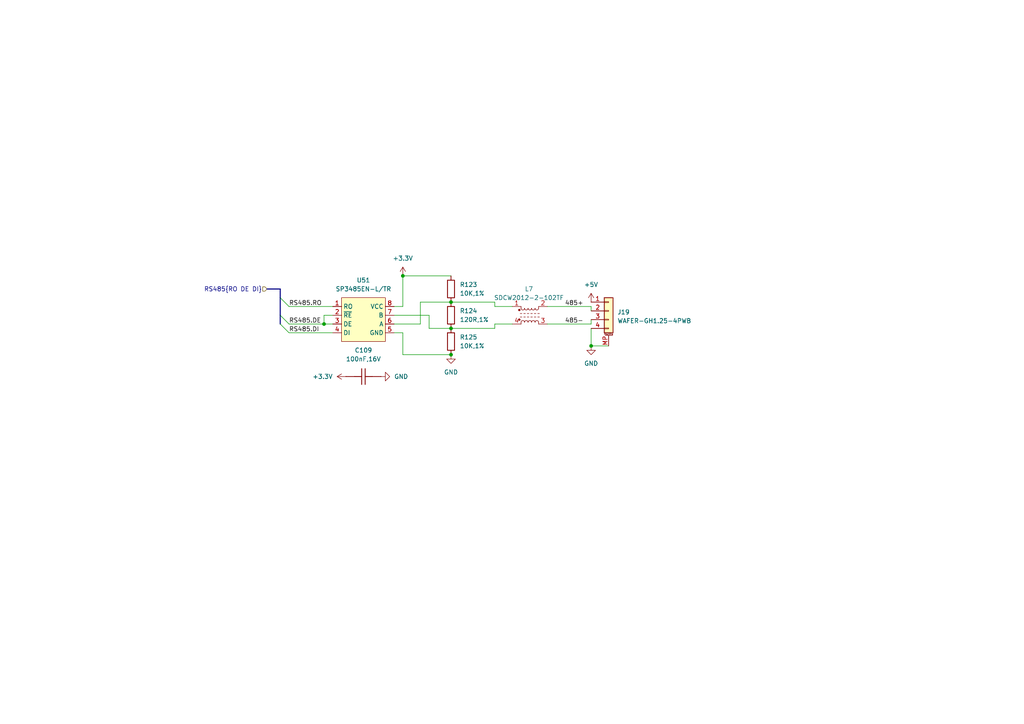
<source format=kicad_sch>
(kicad_sch (version 20250114) (generator "eeschema") (generator_version "9.0")
  (paper "A4")
  (lib_symbols
    (symbol "HPM6280Foc:0402WGF1002TCE" (pin_numbers (hide yes)) (pin_names (hide yes))
      (property "Reference" "R" (at 0 2.54 0))
      (property "Value" "10K,1%" (at 0 0 0))
      (symbol "0402WGF1002TCE_0_1"
        (rectangle (start 2.54 -1.016) (end -2.54 1.016) (stroke (width 0.254)))
      )
      (symbol "0402WGF1002TCE_1_1"
        (pin passive line (at -3.81 0 0) (length 1.27) (name "~") (number "1"))
        (pin passive line (at 3.81 0 180) (length 1.27) (name "~") (number "2"))
      )
    )
    (symbol "HPM6280Foc:0603WAF1200T5E" (pin_numbers (hide yes)) (pin_names (hide yes))
      (property "Reference" "R" (at 0 2.54 0))
      (property "Value" "120R,1%" (at 0 -2.54 0))
      (symbol "0603WAF1200T5E_0_1"
        (rectangle (start 2.54 -1.016) (end -2.54 1.016) (stroke (width 0.254)))
      )
      (symbol "0603WAF1200T5E_1_1"
        (pin passive line (at -3.81 0 0) (length 1.27) (name "~") (number "1"))
        (pin passive line (at 3.81 0 180) (length 1.27) (name "~") (number "2"))
      )
    )
    (symbol "HPM6280Foc:CC0402KRX7R7BB104"
      (property "Reference" "C" (at -1.27 2.54 0))
      (property "Value" "100nF,16V" (at 0 -3.81 0))
      (symbol "CC0402KRX7R7BB104_1_0"
        (polyline (pts (xy -0.508 2.286) (xy -0.508 -2.286)) (stroke (width 0.254)))
        (polyline (pts (xy -0.508 0) (xy -2.54 0)) (stroke (width 0.254)))
        (polyline (pts (xy 0.508 2.286) (xy 0.508 -2.286)) (stroke (width 0.254)))
        (polyline (pts (xy 0.508 0) (xy 2.54 0)) (stroke (width 0.254)))
        (pin passive line (at -5.08 0 0) (length 2.54) (name "2") (number "2"))
        (pin passive line (at 5.08 0 180) (length 2.54) (name "1") (number "1"))
      )
    )
    (symbol "HPM6280Foc:SDCW2012-2-102TF"
      (property "Reference" "L" (at 0 0 0))
      (property "Value" "SDCW2012-2-102TF" (at 0 0 0))
      (symbol "SDCW2012-2-102TF_0_1"
        (circle (center -3.048 1.524) (radius 0.254) (fill (type outline)))
        (circle (center -3.048 -1.27) (radius 0.254) (fill (type outline)))
        (polyline (pts (xy -2.794 0.508) (xy -2.286 0.508)))
        (polyline (pts (xy -2.794 -0.508) (xy -2.286 -0.508)))
        (polyline (pts (xy -2.54 2.032) (xy -2.54 2.54)))
        (polyline (pts (xy -2.54 -2.032) (xy -2.54 -2.54)))
        (arc (start -1.524 2.032) (mid -2.032 1.5262) (end -2.54 2.032))
        (arc (start -2.54 -2.032) (mid -2.032 -1.5262) (end -1.524 -2.032))
        (polyline (pts (xy -1.778 0.508) (xy -1.27 0.508)))
        (polyline (pts (xy -1.778 -0.508) (xy -1.27 -0.508)))
        (arc (start -0.508 2.032) (mid -1.016 1.5262) (end -1.524 2.032))
        (arc (start -1.524 -2.032) (mid -1.016 -1.5262) (end -0.508 -2.032))
        (polyline (pts (xy -0.762 0.508) (xy -0.254 0.508)))
        (polyline (pts (xy -0.762 -0.508) (xy -0.254 -0.508)))
        (arc (start 0.508 2.032) (mid 0 1.5262) (end -0.508 2.032))
        (arc (start -0.508 -2.032) (mid 0 -1.5262) (end 0.508 -2.032))
        (polyline (pts (xy 0.254 0.508) (xy 0.762 0.508)))
        (polyline (pts (xy 0.254 -0.508) (xy 0.762 -0.508)))
        (arc (start 1.524 2.032) (mid 1.016 1.5262) (end 0.508 2.032))
        (arc (start 0.508 -2.032) (mid 1.016 -1.5262) (end 1.524 -2.032))
        (polyline (pts (xy 1.27 0.508) (xy 1.778 0.508)))
        (polyline (pts (xy 1.27 -0.508) (xy 1.778 -0.508)))
        (arc (start 2.54 2.032) (mid 2.032 1.5262) (end 1.524 2.032))
        (arc (start 1.524 -2.032) (mid 2.032 -1.5262) (end 2.54 -2.032))
        (polyline (pts (xy 2.286 0.508) (xy 2.794 0.508)))
        (polyline (pts (xy 2.286 -0.508) (xy 2.794 -0.508)))
        (polyline (pts (xy 2.54 2.54) (xy 2.54 2.032)))
        (polyline (pts (xy 2.54 -2.032) (xy 2.54 -2.54)))
      )
      (symbol "SDCW2012-2-102TF_1_1"
        (pin passive line (at -5.08 2.54 0) (length 2.54) (name "") (number "1"))
        (pin passive line (at -5.08 -2.54 0) (length 2.54) (name "") (number "4"))
        (pin passive line (at 5.08 2.54 180) (length 2.54) (name "") (number "2"))
        (pin passive line (at 5.08 -2.54 180) (length 2.54) (name "") (number "3"))
      )
    )
    (symbol "HPM6280Foc:SP3485EN-L/TR"
      (property "Reference" "U" (at 0.254 1.27 0))
      (property "Value" "SP3485EN-L/TR" (at 0 0 0))
      (symbol "SP3485EN-L/TR_0_0"
        (pin output line (at -2.54 -2.54 0) (length 2.54) (name "RO") (number "1"))
        (pin input line (at -2.54 -5.08 0) (length 2.54) (name "~{RE}") (number "2"))
        (pin input line (at -2.54 -7.62 0) (length 2.54) (name "DE") (number "3"))
        (pin input line (at -2.54 -10.16 0) (length 2.54) (name "DI") (number "4"))
        (pin output line (at 15.24 -5.08 180) (length 2.54) (name "B") (number "7"))
        (pin output line (at 15.24 -7.62 180) (length 2.54) (name "A") (number "6"))
        (pin power_in line (at 15.24 -10.16 180) (length 2.54) (name "GND") (number "5"))
      )
      (symbol "SP3485EN-L/TR_1_0"
        (pin power_in line (at 15.24 -2.54 180) (length 2.54) (name "VCC") (number "8"))
      )
      (symbol "SP3485EN-L/TR_1_1"
        (rectangle (start 0 0) (end 12.7 -12.7) (fill (type background)))
      )
    )
    (symbol "HPM6280Foc:WAFER-GH1.25-4PWB" (pin_names (hide yes))
      (property "Reference" "J" (at 0 6.35 0))
      (property "Value" "WAFER-GH1.25-4PWB" (at 0 0 0))
      (symbol "WAFER-GH1.25-4PWB_1_1"
        (rectangle (start -1.27 5.08) (end 1.27 -5.08) (stroke (width 0.254)) (fill (type background)))
        (rectangle (start -1.27 3.937) (end 0 3.683) (stroke (width 0.1524)))
        (rectangle (start -1.27 1.397) (end 0 1.143) (stroke (width 0.1524)))
        (rectangle (start -1.27 -1.143) (end 0 -1.397) (stroke (width 0.1524)))
        (rectangle (start -1.27 -3.683) (end 0 -3.937) (stroke (width 0.1524)))
        (polyline (pts (xy -1.016 -5.842) (xy 1.016 -5.842)) (stroke (width 0.1524)))
        (text "Mounting" (at 0 -5.461 0) (effects (font (size 0.381 0.381))))
        (pin passive line (at -5.08 3.81 0) (length 3.81) (name "Pin_1") (number "1"))
        (pin passive line (at -5.08 1.27 0) (length 3.81) (name "Pin_2") (number "2"))
        (pin passive line (at -5.08 -1.27 0) (length 3.81) (name "Pin_3") (number "3"))
        (pin passive line (at -5.08 -3.81 0) (length 3.81) (name "Pin_4") (number "4"))
        (pin passive line (at 0 -8.89 90) (length 3.048) (name "MountPin") (number "MP"))
      )
    )
    (symbol "power:+3.3V" (power) (pin_numbers (hide yes)) (pin_names (offset 0) (hide yes))
      (property "Value" "+3.3V" (at 0 3.556 0))
      (symbol "+3.3V_0_1"
        (polyline (pts (xy -0.762 1.27) (xy 0 2.54)))
        (polyline (pts (xy 0 2.54) (xy 0.762 1.27)))
        (polyline (pts (xy 0 0) (xy 0 2.54)))
      )
      (symbol "+3.3V_1_1"
        (pin power_in line (at 0 0 90) (length 0) (name "~") (number "1"))
      )
    )
    (symbol "power:+5V" (power) (pin_numbers (hide yes)) (pin_names (offset 0) (hide yes))
      (property "Value" "+5V" (at 0 3.556 0))
      (symbol "+5V_0_1"
        (polyline (pts (xy -0.762 1.27) (xy 0 2.54)))
        (polyline (pts (xy 0 2.54) (xy 0.762 1.27)))
        (polyline (pts (xy 0 0) (xy 0 2.54)))
      )
      (symbol "+5V_1_1"
        (pin power_in line (at 0 0 90) (length 0) (name "~") (number "1"))
      )
    )
    (symbol "power:GND" (power) (pin_numbers (hide yes)) (pin_names (offset 0) (hide yes))
      (property "Value" "GND" (at 0 -3.81 0))
      (symbol "GND_0_1"
        (polyline (pts (xy 0 0) (xy 0 -1.27) (xy 1.27 -1.27) (xy 0 -2.54) (xy -1.27 -1.27) (xy 0 -1.27)))
      )
      (symbol "GND_1_1"
        (pin power_in line (at 0 0 270) (length 0) (name "~") (number "1"))
      )
    )
  )
  (junction (at 116.84 80.01))
  (junction (at 130.81 95.25))
  (junction (at 130.81 102.87))
  (junction (at 93.98 93.98))
  (junction (at 130.81 87.63))
  (junction (at 171.45 100.33))
  (bus_entry (at 81.28 86.36) (size 2.54 2.54))
  (bus_entry (at 81.28 93.98) (size 2.54 2.54))
  (bus_entry (at 81.28 91.44) (size 2.54 2.54))
  (wire (pts (xy 93.98 93.98) (xy 96.52 93.98)))
  (wire (pts (xy 171.45 93.98) (xy 171.45 92.71)))
  (wire (pts (xy 143.51 87.63) (xy 130.81 87.63)))
  (wire (pts (xy 158.75 88.9) (xy 171.45 88.9)))
  (wire (pts (xy 148.59 88.9) (xy 143.51 88.9)))
  (bus (pts (xy 81.28 86.36) (xy 81.28 91.44)))
  (wire (pts (xy 83.82 88.9) (xy 96.52 88.9)))
  (wire (pts (xy 116.84 80.01) (xy 130.81 80.01)))
  (wire (pts (xy 124.46 95.25) (xy 130.81 95.25)))
  (wire (pts (xy 148.59 93.98) (xy 143.51 93.98)))
  (wire (pts (xy 158.75 93.98) (xy 171.45 93.98)))
  (wire (pts (xy 114.3 91.44) (xy 124.46 91.44)))
  (wire (pts (xy 93.98 91.44) (xy 93.98 93.98)))
  (wire (pts (xy 124.46 91.44) (xy 124.46 95.25)))
  (wire (pts (xy 143.51 95.25) (xy 130.81 95.25)))
  (wire (pts (xy 114.3 88.9) (xy 116.84 88.9)))
  (bus (pts (xy 81.28 91.44) (xy 81.28 93.98)))
  (wire (pts (xy 116.84 102.87) (xy 130.81 102.87)))
  (wire (pts (xy 83.82 93.98) (xy 93.98 93.98)))
  (wire (pts (xy 143.51 93.98) (xy 143.51 95.25)))
  (wire (pts (xy 83.82 96.52) (xy 96.52 96.52)))
  (wire (pts (xy 171.45 100.33) (xy 176.53 100.33)))
  (wire (pts (xy 171.45 95.25) (xy 171.45 100.33)))
  (wire (pts (xy 116.84 96.52) (xy 114.3 96.52)))
  (wire (pts (xy 96.52 91.44) (xy 93.98 91.44)))
  (wire (pts (xy 116.84 102.87) (xy 116.84 96.52)))
  (wire (pts (xy 121.92 87.63) (xy 130.81 87.63)))
  (wire (pts (xy 171.45 88.9) (xy 171.45 90.17)))
  (wire (pts (xy 114.3 93.98) (xy 121.92 93.98)))
  (wire (pts (xy 121.92 93.98) (xy 121.92 87.63)))
  (wire (pts (xy 116.84 88.9) (xy 116.84 80.01)))
  (bus (pts (xy 81.28 83.82) (xy 81.28 86.36)))
  (bus (pts (xy 77.47 83.82) (xy 81.28 83.82)))
  (wire (pts (xy 143.51 88.9) (xy 143.51 87.63)))
  (label "485-" (at 163.83 93.98 0))
  (label "RS485.DI" (at 83.82 96.52 0))
  (label "RS485.DE" (at 83.82 93.98 0))
  (label "RS485.RO" (at 83.82 88.9 0))
  (label "485+" (at 163.83 88.9 0))
  (hierarchical_label "RS485{RO DE DI}" (shape input) (at 77.47 83.82 180))
  (symbol (lib_id "HPM6280Foc:0603WAF1200T5E") (at 130.81 91.44 90) (unit 1)
    (property "Reference" "R118" (at 133.35 90.1699 90) (effects (justify right)))
    (property "Value" "120R,1%" (at 133.35 92.7099 90) (effects (justify right)))
    (property "Footprint" "Resistor_SMD:R_0603_1608Metric" (effects (hide yes)))
    (property "华秋编号" "G0067010" (effects (hide yes)))
    (property "立创编号" "C22787" (effects (hide yes)))
    (instances (project "HPM5E31_ECatDualFOC" (path "" (reference "R124") (unit 1)) (path "" (reference "R118") (unit 1)) (path "" (reference "R121") (unit 1))))
  )
  (symbol (lib_id "power:+3.3V") (at 100.33 109.22 90) (unit 1)
    (property "Reference" "#PWR0269" (effects (hide yes)))
    (property "Value" "+3.3V" (at 96.52 109.2199 90) (effects (justify left)))
    (property "Description" "Power symbol creates a global label with name \"+3.3V\"" (effects (hide yes)))
    (instances (project "HPM5E31_ECatDualFOC" (path "" (reference "#PWR0281") (unit 1)) (path "" (reference "#PWR0269") (unit 1)) (path "" (reference "#PWR0275") (unit 1))))
  )
  (symbol (lib_id "power:+3.3V") (at 116.84 80.01 0) (unit 1)
    (property "Reference" "#PWR0265" (effects (hide yes)))
    (property "Value" "+3.3V" (at 116.84 74.93 0))
    (property "Description" "Power symbol creates a global label with name \"+3.3V\"" (effects (hide yes)))
    (instances (project "HPM5E31_ECatDualFOC" (path "" (reference "#PWR0277") (unit 1)) (path "" (reference "#PWR0265") (unit 1)) (path "" (reference "#PWR0271") (unit 1))))
  )
  (symbol (lib_id "HPM6280Foc:0402WGF1002TCE") (at 130.81 99.06 90) (unit 1)
    (property "Reference" "R119" (at 133.35 97.7899 90) (effects (justify right)))
    (property "Value" "10K,1%" (at 133.35 100.3299 90) (effects (justify right)))
    (property "Footprint" "Resistor_SMD:R_0402_1005Metric" (effects (hide yes)))
    (property "Datasheet" "https://atta.szlcsc.com/upload/public/pdf/source/20200306/C422600_1E6D84923E4A46A82E41ADD87F860B5C.pdf" (effects (hide yes)))
    (property "华秋编号" "G0063278" (effects (hide yes)))
    (property "立创编号" "C25744" (effects (hide yes)))
    (instances (project "HPM5E31_ECatDualFOC" (path "" (reference "R125") (unit 1)) (path "" (reference "R119") (unit 1)) (path "" (reference "R122") (unit 1))))
  )
  (symbol (lib_id "HPM6280Foc:SP3485EN-L/TR") (at 99.06 86.36 0) (unit 1)
    (property "Reference" "U49" (at 105.41 81.28 0))
    (property "Value" "SP3485EN-L/TR" (at 105.41 83.82 0))
    (property "Footprint" "Package_SO:SOIC-8_3.9x4.9mm_P1.27mm" (effects (hide yes)))
    (property "Datasheet" "https://item.szlcsc.com/datasheet/SP3485EN-L%252FTR/9482.html?spm=sc.it.xds.a___sc.gbn.xh1.zy.n&lcsc_vid=RFRfBVcDE1AKVwFQFlNZVFdVEVVeBlJXT1hWXgUERFUxVlNSTlZaUlFRR1dcXzsOAxUeFF5JWAgaAglIBBsCBBcFWQIBCks%3D" (effects (hide yes)))
    (property "Description" "SP3485 +3.3V低功耗半双工RS-485收发器，数据速率10Mbps" (effects (hide yes)))
    (property "华秋编号" "G0072265" (effects (hide yes)))
    (property "立创编号" "C8963" (effects (hide yes)))
    (instances (project "HPM5E31_ECatDualFOC" (path "" (reference "U51") (unit 1)) (path "" (reference "U49") (unit 1)) (path "" (reference "U50") (unit 1))))
  )
  (symbol (lib_id "HPM6280Foc:SDCW2012-2-102TF") (at 153.67 91.44 0) (unit 1)
    (property "Reference" "L5" (at 153.416 83.82 0))
    (property "Value" "SDCW2012-2-102TF" (at 153.416 86.36 0))
    (property "Footprint" "Inductor_SMD:L_CommonModeChoke_Coilcraft_0805USB" (effects (hide yes)))
    (property "Datasheet" "https://item.szlcsc.com/datasheet/SDCW2012-2-102TF/336353.html?spm=sc.it.xds.a___sc.gbn.xh1.zy.t&lcsc_vid=RFRfBVcDE1AKVwFQFlNZVFdVEVVeBlJXT1hWXgUERFUxVlNSTlZaUVVRTldeVzsOAxUeFF5JWA0HFBBIBBsCBBcFWQIBCks%3D" (effects (hide yes)))
    (property "Description" "0805共模滤波器 阻抗1kΩ@100MHz" (effects (hide yes)))
    (property "华秋编号" "G4202418" (effects (hide yes)))
    (property "立创编号" "C361659" (effects (hide yes)))
    (instances (project "HPM5E31_ECatDualFOC" (path "" (reference "L7") (unit 1)) (path "" (reference "L5") (unit 1)) (path "" (reference "L6") (unit 1))))
  )
  (symbol (lib_id "HPM6280Foc:0402WGF1002TCE") (at 130.81 83.82 90) (unit 1)
    (property "Reference" "R117" (at 133.35 82.5499 90) (effects (justify right)))
    (property "Value" "10K,1%" (at 133.35 85.0899 90) (effects (justify right)))
    (property "Footprint" "Resistor_SMD:R_0402_1005Metric" (effects (hide yes)))
    (property "Datasheet" "https://atta.szlcsc.com/upload/public/pdf/source/20200306/C422600_1E6D84923E4A46A82E41ADD87F860B5C.pdf" (effects (hide yes)))
    (property "华秋编号" "G0063278" (effects (hide yes)))
    (property "立创编号" "C25744" (effects (hide yes)))
    (instances (project "HPM5E31_ECatDualFOC" (path "" (reference "R123") (unit 1)) (path "" (reference "R117") (unit 1)) (path "" (reference "R120") (unit 1))))
  )
  (symbol (lib_id "power:GND") (at 130.81 102.87 0) (unit 1)
    (property "Reference" "#PWR0268" (effects (hide yes)))
    (property "Value" "GND" (at 130.81 107.95 0))
    (property "Description" "Power symbol creates a global label with name \"GND\" , ground" (effects (hide yes)))
    (instances (project "HPM5E31_ECatDualFOC" (path "" (reference "#PWR0280") (unit 1)) (path "" (reference "#PWR0268") (unit 1)) (path "" (reference "#PWR0274") (unit 1))))
  )
  (symbol (lib_id "HPM6280Foc:CC0402KRX7R7BB104") (at 105.41 109.22 180) (unit 1)
    (property "Reference" "C107" (at 105.41 101.6 0))
    (property "Value" "100nF,16V" (at 105.41 104.14 0))
    (property "Footprint" "Capacitor_SMD:C_0402_1005Metric" (effects (hide yes)))
    (property "制造商" "YAGEO(国巨)" (effects (hide yes)))
    (property "华秋编号" "G0042289" (effects (hide yes)))
    (property "立创编号" "C60474" (effects (hide yes)))
    (instances (project "HPM5E31_ECatDualFOC" (path "" (reference "C109") (unit 1)) (path "" (reference "C107") (unit 1)) (path "" (reference "C108") (unit 1))))
  )
  (symbol (lib_id "power:GND") (at 171.45 100.33 0) (unit 1)
    (property "Reference" "#PWR0267" (effects (hide yes)))
    (property "Value" "GND" (at 171.45 105.41 0))
    (property "Description" "Power symbol creates a global label with name \"GND\" , ground" (effects (hide yes)))
    (instances (project "HPM5E31_ECatDualFOC" (path "" (reference "#PWR0279") (unit 1)) (path "" (reference "#PWR0267") (unit 1)) (path "" (reference "#PWR0273") (unit 1))))
  )
  (symbol (lib_id "power:GND") (at 110.49 109.22 90) (unit 1)
    (property "Reference" "#PWR0270" (effects (hide yes)))
    (property "Value" "GND" (at 114.3 109.2199 90) (effects (justify right)))
    (property "Description" "Power symbol creates a global label with name \"GND\" , ground" (effects (hide yes)))
    (instances (project "HPM5E31_ECatDualFOC" (path "" (reference "#PWR0282") (unit 1)) (path "" (reference "#PWR0270") (unit 1)) (path "" (reference "#PWR0276") (unit 1))))
  )
  (symbol (lib_id "HPM6280Foc:WAFER-GH1.25-4PWB") (at 176.53 91.44 0) (unit 1)
    (property "Reference" "J17" (at 179.07 90.5255 0) (effects (justify left)))
    (property "Value" "WAFER-GH1.25-4PWB" (at 179.07 93.0655 0) (effects (justify left)))
    (property "Footprint" "Library:JST_GH_SM04B-GHS-TB_1x04-1MP_P1.25mm_Horizontal" (effects (hide yes)))
    (property "Datasheet" "https://atta.szlcsc.com/upload/public/pdf/source/20220527/CB8773BFB0913C3B8ABD62CB38BA101A.pdf" (effects (hide yes)))
    (property "Description" "GH1.25 4P 卧贴" (effects (hide yes)))
    (property "华秋编号" "G11978969" (effects (hide yes)))
    (property "立创编号" "C3029379" (effects (hide yes)))
    (instances (project "HPM5E31_ECatDualFOC" (path "" (reference "J19") (unit 1)) (path "" (reference "J17") (unit 1)) (path "" (reference "J18") (unit 1))))
  )
  (symbol (lib_id "power:+5V") (at 171.45 87.63 0) (unit 1)
    (property "Reference" "#PWR0266" (effects (hide yes)))
    (property "Value" "+5V" (at 171.45 82.55 0))
    (property "Description" "Power symbol creates a global label with name \"+5V\"" (effects (hide yes)))
    (instances (project "HPM5E31_ECatDualFOC" (path "" (reference "#PWR0278") (unit 1)) (path "" (reference "#PWR0266") (unit 1)) (path "" (reference "#PWR0272") (unit 1))))
  )
)
</source>
